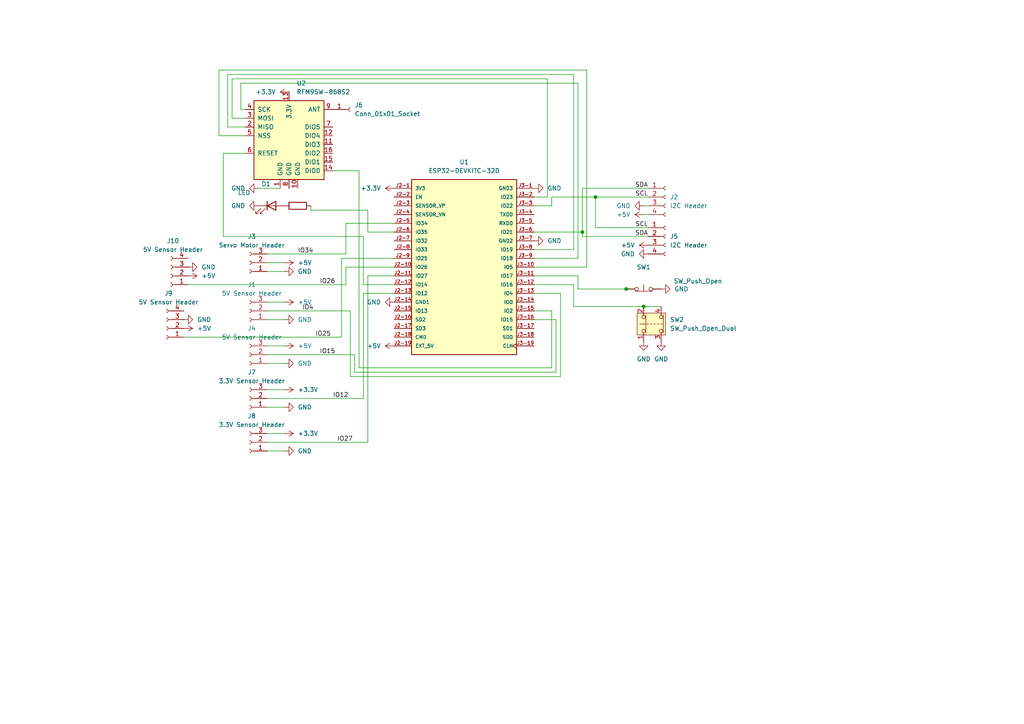
<source format=kicad_sch>
(kicad_sch (version 20231120) (generator "eeschema") (generator_version "8.0")
  (paper "A4")
  (title_block (title "ESP32 Sensor Board") (date "2024-05-16") (rev "A"))
  (lib_symbols
    (symbol "Connector:Conn_01x01_Socket" (pin_names (offset 1.016) hide)
      (property "Reference" "J" (at 0 2.54 0))
      (property "Value" "Conn_01x01_Socket" (at 0 -2.54 0))
      (symbol "Conn_01x01_Socket_1_1"
        (polyline (pts (xy -1.27 0) (xy -0.508 0)) (stroke (width 0.1524)))
        (arc (start 0 0.508) (mid -0.5058 0) (end 0 -0.508) (stroke (width 0.1524)))
        (pin passive line (at -5.08 0 0) (length 3.81) (name "Pin_1") (number "1"))
      )
    )
    (symbol "Connector:Conn_01x03_Socket" (pin_names (offset 1.016) hide)
      (property "Reference" "J" (at 0 5.08 0))
      (property "Value" "Conn_01x03_Socket" (at 0 -5.08 0))
      (symbol "Conn_01x03_Socket_1_1"
        (arc (start 0 -2.032) (mid -0.5058 -2.54) (end 0 -3.048) (stroke (width 0.1524)))
        (polyline (pts (xy -1.27 -2.54) (xy -0.508 -2.54)) (stroke (width 0.1524)))
        (polyline (pts (xy -1.27 0) (xy -0.508 0)) (stroke (width 0.1524)))
        (polyline (pts (xy -1.27 2.54) (xy -0.508 2.54)) (stroke (width 0.1524)))
        (arc (start 0 0.508) (mid -0.5058 0) (end 0 -0.508) (stroke (width 0.1524)))
        (arc (start 0 3.048) (mid -0.5058 2.54) (end 0 2.032) (stroke (width 0.1524)))
        (pin passive line (at -5.08 2.54 0) (length 3.81) (name "Pin_1") (number "1"))
        (pin passive line (at -5.08 0 0) (length 3.81) (name "Pin_2") (number "2"))
        (pin passive line (at -5.08 -2.54 0) (length 3.81) (name "Pin_3") (number "3"))
      )
    )
    (symbol "Connector:Conn_01x04_Socket" (pin_names (offset 1.016) hide)
      (property "Reference" "J" (at 0 5.08 0))
      (property "Value" "Conn_01x04_Socket" (at 0 -7.62 0))
      (symbol "Conn_01x04_Socket_1_1"
        (arc (start 0 -4.572) (mid -0.5058 -5.08) (end 0 -5.588) (stroke (width 0.1524)))
        (arc (start 0 -2.032) (mid -0.5058 -2.54) (end 0 -3.048) (stroke (width 0.1524)))
        (polyline (pts (xy -1.27 -5.08) (xy -0.508 -5.08)) (stroke (width 0.1524)))
        (polyline (pts (xy -1.27 -2.54) (xy -0.508 -2.54)) (stroke (width 0.1524)))
        (polyline (pts (xy -1.27 0) (xy -0.508 0)) (stroke (width 0.1524)))
        (polyline (pts (xy -1.27 2.54) (xy -0.508 2.54)) (stroke (width 0.1524)))
        (arc (start 0 0.508) (mid -0.5058 0) (end 0 -0.508) (stroke (width 0.1524)))
        (arc (start 0 3.048) (mid -0.5058 2.54) (end 0 2.032) (stroke (width 0.1524)))
        (pin passive line (at -5.08 2.54 0) (length 3.81) (name "Pin_1") (number "1"))
        (pin passive line (at -5.08 0 0) (length 3.81) (name "Pin_2") (number "2"))
        (pin passive line (at -5.08 -2.54 0) (length 3.81) (name "Pin_3") (number "3"))
        (pin passive line (at -5.08 -5.08 0) (length 3.81) (name "Pin_4") (number "4"))
      )
    )
    (symbol "Device:LED" (pin_numbers hide) (pin_names (offset 1.016) hide)
      (property "Reference" "D" (at 0 2.54 0))
      (property "Value" "LED" (at 0 -2.54 0))
      (symbol "LED_0_1"
        (polyline (pts (xy -1.27 -1.27) (xy -1.27 1.27)) (stroke (width 0.254)))
        (polyline (pts (xy -1.27 0) (xy 1.27 0)))
        (polyline (pts (xy 1.27 -1.27) (xy 1.27 1.27) (xy -1.27 0) (xy 1.27 -1.27)) (stroke (width 0.254)))
        (polyline (pts (xy -3.048 -0.762) (xy -4.572 -2.286) (xy -3.81 -2.286) (xy -4.572 -2.286) (xy -4.572 -1.524)))
        (polyline (pts (xy -1.778 -0.762) (xy -3.302 -2.286) (xy -2.54 -2.286) (xy -3.302 -2.286) (xy -3.302 -1.524)))
      )
      (symbol "LED_1_1"
        (pin passive line (at -3.81 0 0) (length 2.54) (name "K") (number "1"))
        (pin passive line (at 3.81 0 180) (length 2.54) (name "A") (number "2"))
      )
    )
    (symbol "Device:R" (pin_numbers hide) (pin_names (offset 0))
      (property "Reference" "R" (at 2.032 0 90))
      (property "Value" "R" (at 0 0 90))
      (symbol "R_0_1"
        (rectangle (start -1.016 -2.54) (end 1.016 2.54) (stroke (width 0.254)))
      )
      (symbol "R_1_1"
        (pin passive line (at 0 3.81 270) (length 1.27) (name "~") (number "1"))
        (pin passive line (at 0 -3.81 90) (length 1.27) (name "~") (number "2"))
      )
    )
    (symbol "ESP32:ESP32-DEVKITC-32D" (pin_names (offset 1.016))
      (property "Reference" "U" (at -15.2572 26.0643 0))
      (property "Value" "ESP32-DEVKITC-32D" (at -15.2563 -27.9698 0))
      (symbol "ESP32-DEVKITC-32D_0_0"
        (rectangle (start -15.24 -25.4) (end 15.24 25.4) (stroke (width 0.254)) (fill (type background)))
        (pin power_in line (at -20.32 22.86 0) (length 5.08) (name "3V3") (number "J2-1"))
        (pin bidirectional line (at -20.32 0 0) (length 5.08) (name "IO26") (number "J2-10"))
        (pin bidirectional line (at -20.32 -2.54 0) (length 5.08) (name "IO27") (number "J2-11"))
        (pin bidirectional line (at -20.32 -5.08 0) (length 5.08) (name "IO14") (number "J2-12"))
        (pin bidirectional line (at -20.32 -7.62 0) (length 5.08) (name "IO12") (number "J2-13"))
        (pin power_in line (at -20.32 -10.16 0) (length 5.08) (name "GND1") (number "J2-14"))
        (pin bidirectional line (at -20.32 -12.7 0) (length 5.08) (name "IO13") (number "J2-15"))
        (pin bidirectional line (at -20.32 -15.24 0) (length 5.08) (name "SD2") (number "J2-16"))
        (pin bidirectional line (at -20.32 -17.78 0) (length 5.08) (name "SD3") (number "J2-17"))
        (pin bidirectional line (at -20.32 -20.32 0) (length 5.08) (name "CMD") (number "J2-18"))
        (pin power_in line (at -20.32 -22.86 0) (length 5.08) (name "EXT_5V") (number "J2-19"))
        (pin input line (at -20.32 20.32 0) (length 5.08) (name "EN") (number "J2-2"))
        (pin input line (at -20.32 17.78 0) (length 5.08) (name "SENSOR_VP") (number "J2-3"))
        (pin input line (at -20.32 15.24 0) (length 5.08) (name "SENSOR_VN") (number "J2-4"))
        (pin bidirectional line (at -20.32 12.7 0) (length 5.08) (name "IO34") (number "J2-5"))
        (pin bidirectional line (at -20.32 10.16 0) (length 5.08) (name "IO35") (number "J2-6"))
        (pin bidirectional line (at -20.32 7.62 0) (length 5.08) (name "IO32") (number "J2-7"))
        (pin bidirectional line (at -20.32 5.08 0) (length 5.08) (name "IO33") (number "J2-8"))
        (pin bidirectional line (at -20.32 2.54 0) (length 5.08) (name "IO25") (number "J2-9"))
        (pin power_in line (at 20.32 22.86 180) (length 5.08) (name "GND3") (number "J3-1"))
        (pin bidirectional line (at 20.32 0 180) (length 5.08) (name "IO5") (number "J3-10"))
        (pin bidirectional line (at 20.32 -2.54 180) (length 5.08) (name "IO17") (number "J3-11"))
        (pin bidirectional line (at 20.32 -5.08 180) (length 5.08) (name "IO16") (number "J3-12"))
        (pin bidirectional line (at 20.32 -7.62 180) (length 5.08) (name "IO4") (number "J3-13"))
        (pin bidirectional line (at 20.32 -10.16 180) (length 5.08) (name "IO0") (number "J3-14"))
        (pin bidirectional line (at 20.32 -12.7 180) (length 5.08) (name "IO2") (number "J3-15"))
        (pin bidirectional line (at 20.32 -15.24 180) (length 5.08) (name "IO15") (number "J3-16"))
        (pin bidirectional line (at 20.32 -17.78 180) (length 5.08) (name "SD1") (number "J3-17"))
        (pin bidirectional line (at 20.32 -20.32 180) (length 5.08) (name "SD0") (number "J3-18"))
        (pin input clock (at 20.32 -22.86 180) (length 5.08) (name "CLK") (number "J3-19"))
        (pin bidirectional line (at 20.32 20.32 180) (length 5.08) (name "IO23") (number "J3-2"))
        (pin bidirectional line (at 20.32 17.78 180) (length 5.08) (name "IO22") (number "J3-3"))
        (pin output line (at 20.32 15.24 180) (length 5.08) (name "TXD0") (number "J3-4"))
        (pin input line (at 20.32 12.7 180) (length 5.08) (name "RXD0") (number "J3-5"))
        (pin bidirectional line (at 20.32 10.16 180) (length 5.08) (name "IO21") (number "J3-6"))
        (pin power_in line (at 20.32 7.62 180) (length 5.08) (name "GND2") (number "J3-7"))
        (pin bidirectional line (at 20.32 5.08 180) (length 5.08) (name "IO19") (number "J3-8"))
        (pin bidirectional line (at 20.32 2.54 180) (length 5.08) (name "IO18") (number "J3-9"))
      )
    )
    (symbol "RF_Module:RFM95W-868S2" (pin_names (offset 1.016))
      (property "Reference" "U" (at -10.414 11.684 0))
      (property "Value" "RFM95W-868S2" (at 1.524 11.43 0))
      (symbol "RFM95W-868S2_0_1"
        (rectangle (start -10.16 10.16) (end 10.16 -12.7) (stroke (width 0.254)) (fill (type background)))
      )
      (symbol "RFM95W-868S2_1_1"
        (pin power_in line (at -2.54 -15.24 90) (length 2.54) (name "GND") (number "1"))
        (pin power_in line (at 2.54 -15.24 90) (length 2.54) (name "GND") (number "10"))
        (pin bidirectional line (at 12.7 -2.54 180) (length 2.54) (name "DIO3") (number "11"))
        (pin bidirectional line (at 12.7 0 180) (length 2.54) (name "DIO4") (number "12"))
        (pin power_in line (at 0 12.7 270) (length 2.54) (name "3.3V") (number "13"))
        (pin bidirectional line (at 12.7 -10.16 180) (length 2.54) (name "DIO0") (number "14"))
        (pin bidirectional line (at 12.7 -7.62 180) (length 2.54) (name "DIO1") (number "15"))
        (pin bidirectional line (at 12.7 -5.08 180) (length 2.54) (name "DIO2") (number "16"))
        (pin output line (at -12.7 2.54 0) (length 2.54) (name "MISO") (number "2"))
        (pin input line (at -12.7 5.08 0) (length 2.54) (name "MOSI") (number "3"))
        (pin input line (at -12.7 7.62 0) (length 2.54) (name "SCK") (number "4"))
        (pin input line (at -12.7 0 0) (length 2.54) (name "NSS") (number "5"))
        (pin bidirectional line (at -12.7 -5.08 0) (length 2.54) (name "RESET") (number "6"))
        (pin bidirectional line (at 12.7 2.54 180) (length 2.54) (name "DIO5") (number "7"))
        (pin power_in line (at 0 -15.24 90) (length 2.54) (name "GND") (number "8"))
        (pin bidirectional line (at 12.7 7.62 180) (length 2.54) (name "ANT") (number "9"))
      )
    )
    (symbol "Switch:SW_Push_Open" (pin_numbers hide) (pin_names (offset 1.016) hide)
      (property "Reference" "SW" (at 0 2.54 0))
      (property "Value" "SW_Push_Open" (at 0 -1.905 0))
      (symbol "SW_Push_Open_0_1"
        (circle (center -2.032 0) (radius 0.508))
        (polyline (pts (xy -2.54 -0.635) (xy 2.54 -0.635)))
        (polyline (pts (xy 0 -0.635) (xy 0 1.27)))
        (circle (center 2.032 0) (radius 0.508))
        (pin passive line (at -5.08 0 0) (length 2.54) (name "A") (number "1"))
      )
      (symbol "SW_Push_Open_1_1"
        (pin passive line (at 5.08 0 180) (length 2.54) (name "B") (number "2"))
      )
    )
    (symbol "Switch:SW_Push_Open_Dual" (pin_names (offset 1.016) hide)
      (property "Reference" "SW" (at 0 3.81 0))
      (property "Value" "SW_Push_Open_Dual" (at 0 -7.62 0))
      (symbol "SW_Push_Open_Dual_0_1"
        (circle (center -2.032 -5.08) (radius 0.508))
        (circle (center -2.032 0) (radius 0.508))
        (polyline (pts (xy 0 -4.953) (xy 0 -5.461)))
        (polyline (pts (xy 0 -3.937) (xy 0 -4.445)))
        (polyline (pts (xy 0 -3.429) (xy 0 -2.921)))
        (polyline (pts (xy 0 -2.413) (xy 0 -1.905)))
        (polyline (pts (xy 0 -1.397) (xy 0 -0.889)))
        (polyline (pts (xy 0 -0.635) (xy 0 1.143)))
        (polyline (pts (xy 2.54 -5.715) (xy -2.54 -5.715)))
        (polyline (pts (xy 2.54 -0.635) (xy -2.54 -0.635)))
        (circle (center 2.032 -5.08) (radius 0.508))
        (circle (center 2.032 0) (radius 0.508))
        (pin passive line (at -5.08 0 0) (length 2.54) (name "1") (number "1"))
        (pin passive line (at 5.08 0 180) (length 2.54) (name "2") (number "2"))
        (pin passive line (at -5.08 -5.08 0) (length 2.54) (name "3") (number "3"))
        (pin passive line (at 5.08 -5.08 180) (length 2.54) (name "4") (number "4"))
      )
      (symbol "SW_Push_Open_Dual_1_1"
        (rectangle (start -3.175 1.905) (end 3.175 -6.35) (fill (type background)))
      )
    )
    (symbol "power:+3.3V" (power) (pin_numbers hide) (pin_names (offset 0) hide)
      (property "Value" "+3.3V" (at 0 3.556 0))
      (symbol "+3.3V_0_1"
        (polyline (pts (xy -0.762 1.27) (xy 0 2.54)))
        (polyline (pts (xy 0 0) (xy 0 2.54)))
        (polyline (pts (xy 0 2.54) (xy 0.762 1.27)))
      )
      (symbol "+3.3V_1_1"
        (pin power_in line (at 0 0 90) (length 0) (name "~") (number "1"))
      )
    )
    (symbol "power:+5V" (power) (pin_numbers hide) (pin_names (offset 0) hide)
      (property "Value" "+5V" (at 0 3.556 0))
      (symbol "+5V_0_1"
        (polyline (pts (xy -0.762 1.27) (xy 0 2.54)))
        (polyline (pts (xy 0 0) (xy 0 2.54)))
        (polyline (pts (xy 0 2.54) (xy 0.762 1.27)))
      )
      (symbol "+5V_1_1"
        (pin power_in line (at 0 0 90) (length 0) (name "~") (number "1"))
      )
    )
    (symbol "power:GND" (power) (pin_numbers hide) (pin_names (offset 0) hide)
      (property "Value" "GND" (at 0 -3.81 0))
      (symbol "GND_0_1"
        (polyline (pts (xy 0 0) (xy 0 -1.27) (xy 1.27 -1.27) (xy 0 -2.54) (xy -1.27 -1.27) (xy 0 -1.27)))
      )
      (symbol "GND_1_1"
        (pin power_in line (at 0 0 270) (length 0) (name "~") (number "1"))
      )
    )
  )
  (junction (at 172.72 57.15))
  (junction (at 186.69 88.9))
  (junction (at 168.91 67.31))
  (junction (at 181.61 83.82))
  (wire (pts (xy 172.72 57.15) (xy 187.96 57.15)))
  (wire (pts (xy 77.47 105.41) (xy 82.55 105.41)))
  (wire (pts (xy 105.41 115.57) (xy 77.47 115.57)))
  (wire (pts (xy 77.47 92.71) (xy 82.55 92.71)))
  (wire (pts (xy 161.29 92.71) (xy 154.94 92.71)))
  (wire (pts (xy 67.31 22.86) (xy 67.31 34.29)))
  (wire (pts (xy 69.85 24.13) (xy 69.85 31.75)))
  (wire (pts (xy 154.94 72.39) (xy 166.37 72.39)))
  (wire (pts (xy 90.17 60.96) (xy 106.68 60.96)))
  (wire (pts (xy 160.02 57.15) (xy 160.02 59.69)))
  (wire (pts (xy 64.77 68.58) (xy 105.41 68.58)))
  (wire (pts (xy 77.47 100.33) (xy 82.55 100.33)))
  (wire (pts (xy 160.02 57.15) (xy 172.72 57.15)))
  (wire (pts (xy 170.18 77.47) (xy 154.94 77.47)))
  (wire (pts (xy 77.47 73.66) (xy 100.33 73.66)))
  (wire (pts (xy 63.5 39.37) (xy 63.5 20.32)))
  (wire (pts (xy 106.68 67.31) (xy 114.3 67.31)))
  (wire (pts (xy 69.85 31.75) (xy 71.12 31.75)))
  (wire (pts (xy 162.56 85.09) (xy 154.94 85.09)))
  (wire (pts (xy 100.33 82.55) (xy 100.33 77.47)))
  (wire (pts (xy 77.47 130.81) (xy 82.55 130.81)))
  (wire (pts (xy 168.91 68.58) (xy 168.91 67.31)))
  (wire (pts (xy 54.61 82.55) (xy 100.33 82.55)))
  (wire (pts (xy 66.04 21.59) (xy 66.04 36.83)))
  (wire (pts (xy 77.47 113.03) (xy 82.55 113.03)))
  (wire (pts (xy 99.06 74.93) (xy 114.3 74.93)))
  (wire (pts (xy 66.04 36.83) (xy 71.12 36.83)))
  (wire (pts (xy 158.75 57.15) (xy 158.75 22.86)))
  (wire (pts (xy 102.87 102.87) (xy 102.87 107.95)))
  (wire (pts (xy 101.6 109.22) (xy 101.6 90.17)))
  (wire (pts (xy 77.47 78.74) (xy 82.55 78.74)))
  (wire (pts (xy 105.41 82.55) (xy 114.3 82.55)))
  (wire (pts (xy 99.06 74.93) (xy 99.06 97.79)))
  (wire (pts (xy 77.47 118.11) (xy 82.55 118.11)))
  (wire (pts (xy 53.34 97.79) (xy 99.06 97.79)))
  (wire (pts (xy 71.12 44.45) (xy 64.77 44.45)))
  (wire (pts (xy 154.94 90.17) (xy 160.02 90.17)))
  (wire (pts (xy 106.68 60.96) (xy 106.68 67.31)))
  (wire (pts (xy 106.68 128.27) (xy 106.68 80.01)))
  (wire (pts (xy 158.75 57.15) (xy 154.94 57.15)))
  (wire (pts (xy 186.69 88.9) (xy 191.77 88.9)))
  (wire (pts (xy 77.47 76.2) (xy 82.55 76.2)))
  (wire (pts (xy 168.91 54.61) (xy 187.96 54.61)))
  (wire (pts (xy 100.33 77.47) (xy 114.3 77.47)))
  (wire (pts (xy 71.12 39.37) (xy 63.5 39.37)))
  (wire (pts (xy 77.47 87.63) (xy 82.55 87.63)))
  (wire (pts (xy 160.02 106.68) (xy 104.14 106.68)))
  (wire (pts (xy 100.33 73.66) (xy 100.33 64.77)))
  (wire (pts (xy 69.85 24.13) (xy 167.64 24.13)))
  (wire (pts (xy 63.5 20.32) (xy 170.18 20.32)))
  (wire (pts (xy 90.17 59.69) (xy 90.17 60.96)))
  (wire (pts (xy 64.77 44.45) (xy 64.77 68.58)))
  (wire (pts (xy 182.88 83.82) (xy 181.61 83.82)))
  (wire (pts (xy 161.29 107.95) (xy 161.29 92.71)))
  (wire (pts (xy 104.14 106.68) (xy 104.14 49.53)))
  (wire (pts (xy 105.41 68.58) (xy 105.41 82.55)))
  (wire (pts (xy 166.37 82.55) (xy 154.94 82.55)))
  (wire (pts (xy 74.93 54.61) (xy 81.28 54.61)))
  (wire (pts (xy 154.94 67.31) (xy 168.91 67.31)))
  (wire (pts (xy 102.87 107.95) (xy 161.29 107.95)))
  (wire (pts (xy 77.47 128.27) (xy 106.68 128.27)))
  (wire (pts (xy 187.96 59.69) (xy 186.69 59.69)))
  (wire (pts (xy 166.37 88.9) (xy 186.69 88.9)))
  (wire (pts (xy 105.41 85.09) (xy 105.41 115.57)))
  (wire (pts (xy 101.6 90.17) (xy 77.47 90.17)))
  (wire (pts (xy 106.68 80.01) (xy 114.3 80.01)))
  (wire (pts (xy 67.31 34.29) (xy 71.12 34.29)))
  (wire (pts (xy 172.72 57.15) (xy 172.72 66.04)))
  (wire (pts (xy 167.64 83.82) (xy 167.64 80.01)))
  (wire (pts (xy 160.02 59.69) (xy 154.94 59.69)))
  (wire (pts (xy 170.18 20.32) (xy 170.18 77.47)))
  (wire (pts (xy 181.61 83.82) (xy 167.64 83.82)))
  (wire (pts (xy 166.37 88.9) (xy 166.37 82.55)))
  (wire (pts (xy 154.94 74.93) (xy 167.64 74.93)))
  (wire (pts (xy 167.64 74.93) (xy 167.64 24.13)))
  (wire (pts (xy 168.91 54.61) (xy 168.91 67.31)))
  (wire (pts (xy 154.94 80.01) (xy 167.64 80.01)))
  (wire (pts (xy 162.56 85.09) (xy 162.56 109.22)))
  (wire (pts (xy 166.37 21.59) (xy 66.04 21.59)))
  (wire (pts (xy 160.02 90.17) (xy 160.02 106.68)))
  (wire (pts (xy 77.47 125.73) (xy 82.55 125.73)))
  (wire (pts (xy 166.37 72.39) (xy 166.37 21.59)))
  (wire (pts (xy 100.33 64.77) (xy 114.3 64.77)))
  (wire (pts (xy 168.91 68.58) (xy 187.96 68.58)))
  (wire (pts (xy 158.75 22.86) (xy 67.31 22.86)))
  (wire (pts (xy 114.3 85.09) (xy 105.41 85.09)))
  (wire (pts (xy 187.96 66.04) (xy 172.72 66.04)))
  (wire (pts (xy 77.47 102.87) (xy 102.87 102.87)))
  (wire (pts (xy 101.6 109.22) (xy 162.56 109.22)))
  (wire (pts (xy 104.14 49.53) (xy 96.52 49.53)))
  (wire (pts (xy 187.96 62.23) (xy 186.69 62.23)))
  (label "IO25" (at 91.44 97.79 0))
  (label "IO12" (at 96.52 115.57 0))
  (label "IO27" (at 97.79 128.27 0))
  (label "SDA" (at 187.96 54.61 180))
  (label "SDA" (at 187.96 68.58 180))
  (label "IO4" (at 87.63 90.17 0))
  (label "IO15" (at 92.71 102.87 0))
  (label "SCL" (at 187.96 57.15 180))
  (label "IO26" (at 92.71 82.55 0))
  (label "SCL" (at 187.96 66.04 180))
  (label "IO34" (at 86.36 73.66 0))
  (symbol (lib_id "Connector:Conn_01x03_Socket") (at 72.39 115.57 180) (unit 1)
    (property "Reference" "J7" (at 73.025 107.95 0))
    (property "Value" "3.3V Sensor Header" (at 73.025 110.49 0))
    (property "Footprint" "Connector_PinSocket_2.54mm:PinSocket_1x03_P2.54mm_Vertical" (effects (hide yes)))
    (property "Description" "Generic connector, single row, 01x03, script generated" (effects (hide yes)))
  )
  (symbol (lib_id "Switch:SW_Push_Open_Dual") (at 186.69 93.98 90) (unit 1)
    (property "Reference" "SW2" (at 194.31 92.7099 90) (effects (justify right)))
    (property "Value" "SW_Push_Open_Dual" (at 194.31 95.2499 90) (effects (justify right)))
    (property "Footprint" "Button_Switch_SMD:SW_SPST_PTS645" (effects (hide yes)))
    (property "Description" "Push button switch, normally closed, generic, four pins" (effects (hide yes)))
  )
  (symbol (lib_id "power:GND") (at 187.96 73.66 270) (unit 1)
    (property "Reference" "#PWR011" (effects (hide yes)))
    (property "Value" "GND" (at 184.15 73.6601 90) (effects (justify right)))
    (property "Description" "Power symbol creates a global label with name \"GND\" , ground" (effects (hide yes)))
  )
  (symbol (lib_id "RF_Module:RFM95W-868S2") (at 83.82 39.37 0) (unit 1)
    (property "Reference" "U2" (at 86.0141 24.13 0) (effects (justify left)))
    (property "Value" "RFM95W-868S2" (at 86.0141 26.67 0) (effects (justify left)))
    (property "Footprint" "RF_Module:HOPERF_RFM9XW_THT" (effects (hide yes)))
    (property "Datasheet" "https://www.hoperf.com/data/upload/portal/20181127/5bfcbea20e9ef.pdf" (effects (hide yes)))
    (property "Description" "Low power long range transceiver module, SPI and parallel interface, 868 MHz, spreading factor 6 to12, bandwidth 7.8 to 500kHz, -111 to -148 dBm, SMD-16, DIP-16" (effects (hide yes)))
  )
  (symbol (lib_id "power:+3.3V") (at 82.55 125.73 270) (unit 1)
    (property "Reference" "#PWR022" (effects (hide yes)))
    (property "Value" "+3.3V" (at 86.36 125.7299 90) (effects (justify left)))
    (property "Description" "Power symbol creates a global label with name \"+3.3V\"" (effects (hide yes)))
  )
  (symbol (lib_id "power:GND") (at 82.55 130.81 90) (unit 1)
    (property "Reference" "#PWR025" (effects (hide yes)))
    (property "Value" "GND" (at 86.36 130.8099 90) (effects (justify right)))
    (property "Description" "Power symbol creates a global label with name \"GND\" , ground" (effects (hide yes)))
  )
  (symbol (lib_id "power:+5V") (at 187.96 71.12 90) (unit 1)
    (property "Reference" "#PWR012" (effects (hide yes)))
    (property "Value" "+5V" (at 184.15 71.1199 90) (effects (justify left)))
    (property "Description" "Power symbol creates a global label with name \"+5V\"" (effects (hide yes)))
  )
  (symbol (lib_id "power:GND") (at 154.94 69.85 90) (unit 1)
    (property "Reference" "#PWR014" (effects (hide yes)))
    (property "Value" "GND" (at 158.75 69.8499 90) (effects (justify right)))
    (property "Description" "Power symbol creates a global label with name \"GND\" , ground" (effects (hide yes)))
  )
  (symbol (lib_id "Connector:Conn_01x04_Socket") (at 193.04 68.58 0) (unit 1)
    (property "Reference" "J5" (at 194.31 68.5799 0) (effects (justify left)))
    (property "Value" "I2C Header" (at 194.31 71.1199 0) (effects (justify left)))
    (property "Footprint" "Connector_PinSocket_2.54mm:PinSocket_1x04_P2.54mm_Vertical" (effects (hide yes)))
    (property "Description" "Generic connector, single row, 01x04, script generated" (effects (hide yes)))
  )
  (symbol (lib_id "Switch:SW_Push_Open") (at 186.69 83.82 0) (unit 1)
    (property "Reference" "SW1" (at 186.69 77.47 0))
    (property "Value" "SW_Push_Open" (at 202.438 81.534 0))
    (property "Footprint" "Connector_PinSocket_2.54mm:PinSocket_1x02_P2.54mm_Vertical" (effects (hide yes)))
    (property "Description" "Push button switch, push-to-open, generic, two pins" (effects (hide yes)))
  )
  (symbol (lib_id "Device:R") (at 86.36 59.69 90) (unit 1)
    (property "Reference" "R1" (effects (hide yes)))
    (property "Value" "R145" (effects (hide yes)))
    (property "Footprint" "Resistor_THT:R_Axial_DIN0207_L6.3mm_D2.5mm_P7.62mm_Horizontal" (effects (hide yes)))
    (property "Description" "Resistor" (effects (hide yes)))
  )
  (symbol (lib_id "power:GND") (at 191.77 83.82 90) (unit 1)
    (property "Reference" "#PWR016" (effects (hide yes)))
    (property "Value" "GND" (at 195.58 83.8199 90) (effects (justify right)))
    (property "Description" "Power symbol creates a global label with name \"GND\" , ground" (effects (hide yes)))
  )
  (symbol (lib_id "Connector:Conn_01x04_Socket") (at 193.04 57.15 0) (unit 1)
    (property "Reference" "J2" (at 194.31 57.1499 0) (effects (justify left)))
    (property "Value" "I2C Header" (at 194.31 59.6899 0) (effects (justify left)))
    (property "Footprint" "Connector_PinSocket_2.54mm:PinSocket_1x04_P2.54mm_Vertical" (effects (hide yes)))
    (property "Description" "Generic connector, single row, 01x04, script generated" (effects (hide yes)))
  )
  (symbol (lib_id "power:+3.3V") (at 83.82 26.67 90) (unit 1)
    (property "Reference" "#PWR021" (effects (hide yes)))
    (property "Value" "+3.3V" (at 80.01 26.6699 90) (effects (justify left)))
    (property "Description" "Power symbol creates a global label with name \"+3.3V\"" (effects (hide yes)))
  )
  (symbol (lib_id "power:GND") (at 74.93 54.61 270) (unit 1)
    (property "Reference" "#PWR019" (effects (hide yes)))
    (property "Value" "GND" (at 71.12 54.6099 90) (effects (justify right)))
    (property "Description" "Power symbol creates a global label with name \"GND\" , ground" (effects (hide yes)))
  )
  (symbol (lib_id "Connector:Conn_01x03_Socket") (at 72.39 128.27 180) (unit 1)
    (property "Reference" "J8" (at 73.025 120.65 0))
    (property "Value" "3.3V Sensor Header" (at 73.025 123.19 0))
    (property "Footprint" "Connector_PinSocket_2.54mm:PinSocket_1x03_P2.54mm_Vertical" (effects (hide yes)))
    (property "Description" "Generic connector, single row, 01x03, script generated" (effects (hide yes)))
  )
  (symbol (lib_id "Connector:Conn_01x03_Socket") (at 72.39 90.17 180) (unit 1)
    (property "Reference" "J1" (at 73.025 82.55 0))
    (property "Value" "5V Sensor Header" (at 73.025 85.09 0))
    (property "Footprint" "Connector_PinSocket_2.54mm:PinSocket_1x03_P2.54mm_Vertical" (effects (hide yes)))
    (property "Description" "Generic connector, single row, 01x03, script generated" (effects (hide yes)))
  )
  (symbol (lib_id "power:GND") (at 82.55 78.74 90) (unit 1)
    (property "Reference" "#PWR08" (effects (hide yes)))
    (property "Value" "GND" (at 86.36 78.7399 90) (effects (justify right)))
    (property "Description" "Power symbol creates a global label with name \"GND\" , ground" (effects (hide yes)))
  )
  (symbol (lib_id "power:GND") (at 191.77 99.06 0) (unit 1)
    (property "Reference" "#PWR018" (effects (hide yes)))
    (property "Value" "GND" (at 191.77 104.14 0))
    (property "Description" "Power symbol creates a global label with name \"GND\" , ground" (effects (hide yes)))
  )
  (symbol (lib_id "power:+5V") (at 54.61 80.01 270) (unit 1)
    (property "Reference" "#PWR026" (effects (hide yes)))
    (property "Value" "+5V" (at 58.42 80.0101 90) (effects (justify left)))
    (property "Description" "Power symbol creates a global label with name \"+5V\"" (effects (hide yes)))
  )
  (symbol (lib_id "power:+5V") (at 82.55 87.63 270) (unit 1)
    (property "Reference" "#PWR04" (effects (hide yes)))
    (property "Value" "+5V" (at 86.36 87.6301 90) (effects (justify left)))
    (property "Description" "Power symbol creates a global label with name \"+5V\"" (effects (hide yes)))
  )
  (symbol (lib_id "Connector:Conn_01x03_Socket") (at 72.39 76.2 180) (unit 1)
    (property "Reference" "J3" (at 73.025 68.58 0))
    (property "Value" "Servo Motor Header" (at 73.025 71.12 0))
    (property "Footprint" "Connector_PinSocket_2.54mm:PinSocket_1x03_P2.54mm_Vertical" (effects (hide yes)))
    (property "Description" "Generic connector, single row, 01x03, script generated" (effects (hide yes)))
  )
  (symbol (lib_id "ESP32:ESP32-DEVKITC-32D") (at 134.62 77.47 0) (unit 1)
    (property "Reference" "U1" (at 134.62 46.99 0))
    (property "Value" "ESP32-DEVKITC-32D" (at 134.62 49.53 0))
    (property "Footprint" "ESP32:MODULE_ESP32-DEVKITC-32D" (effects (hide yes)))
    (property "MF" "Espressif Systems" (effects (hide yes)))
    (property "MAXIMUM_PACKAGE_HEIGHT" "N/A" (effects (hide yes)))
    (property "Package" "None" (effects (hide yes)))
    (property "Price" "None" (effects (hide yes)))
    (property "Check_prices" "https://www.snapeda.com/parts/ESP32-DEVKITC-32D/Espressif+Systems/view-part/?ref=eda" (effects (hide yes)))
    (property "STANDARD" "Manufacturer Recommendations" (effects (hide yes)))
    (property "PARTREV" "V4" (effects (hide yes)))
    (property "SnapEDA_Link" "https://www.snapeda.com/parts/ESP32-DEVKITC-32D/Espressif+Systems/view-part/?ref=snap" (effects (hide yes)))
    (property "MP" "ESP32-DEVKITC-32D" (effects (hide yes)))
    (property "Description_1" "\nWiFi Development Tools (802.11) ESP32 General Development Kit, ESP32-WROOM-32D on the board\n" (effects (hide yes)))
    (property "MANUFACTURER" "Espressif Systems" (effects (hide yes)))
    (property "Availability" "In Stock" (effects (hide yes)))
    (property "SNAPEDA_PN" "ESP32-DEVKITC-32D" (effects (hide yes)))
  )
  (symbol (lib_id "power:GND") (at 53.34 92.71 90) (unit 1)
    (property "Reference" "#PWR028" (effects (hide yes)))
    (property "Value" "GND" (at 57.15 92.7099 90) (effects (justify right)))
    (property "Description" "Power symbol creates a global label with name \"GND\" , ground" (effects (hide yes)))
  )
  (symbol (lib_id "power:GND") (at 82.55 105.41 90) (unit 1)
    (property "Reference" "#PWR010" (effects (hide yes)))
    (property "Value" "GND" (at 86.36 105.4099 90) (effects (justify right)))
    (property "Description" "Power symbol creates a global label with name \"GND\" , ground" (effects (hide yes)))
  )
  (symbol (lib_id "power:GND") (at 54.61 77.47 90) (unit 1)
    (property "Reference" "#PWR027" (effects (hide yes)))
    (property "Value" "GND" (at 58.42 77.4699 90) (effects (justify right)))
    (property "Description" "Power symbol creates a global label with name \"GND\" , ground" (effects (hide yes)))
  )
  (symbol (lib_id "power:+5V") (at 186.69 62.23 90) (unit 1)
    (property "Reference" "#PWR05" (effects (hide yes)))
    (property "Value" "+5V" (at 182.88 62.2299 90) (effects (justify left)))
    (property "Description" "Power symbol creates a global label with name \"+5V\"" (effects (hide yes)))
  )
  (symbol (lib_id "Connector:Conn_01x04_Socket") (at 49.53 80.01 180) (unit 1)
    (property "Reference" "J10" (at 50.165 69.85 0))
    (property "Value" "5V Sensor Header" (at 50.165 72.39 0))
    (property "Footprint" "Connector_PinSocket_2.54mm:PinSocket_1x04_P2.54mm_Vertical" (effects (hide yes)))
    (property "Description" "Generic connector, single row, 01x04, script generated" (effects (hide yes)))
  )
  (symbol (lib_id "Device:LED") (at 78.74 59.69 0) (unit 1)
    (property "Reference" "D1" (at 77.1525 53.34 0))
    (property "Value" "LED" (at 70.8025 55.88 0))
    (property "Footprint" "LED_THT:LED_D3.0mm" (effects (hide yes)))
    (property "Description" "Light emitting diode" (effects (hide yes)))
  )
  (symbol (lib_id "Connector:Conn_01x01_Socket") (at 101.6 31.75 0) (unit 1)
    (property "Reference" "J6" (at 102.87 30.4799 0) (effects (justify left)))
    (property "Value" "Conn_01x01_Socket" (at 102.87 33.0199 0) (effects (justify left)))
    (property "Footprint" "Connector_PinSocket_2.54mm:PinSocket_1x01_P2.54mm_Vertical" (effects (hide yes)))
    (property "Description" "Generic connector, single row, 01x01, script generated" (effects (hide yes)))
  )
  (symbol (lib_id "power:GND") (at 82.55 92.71 90) (unit 1)
    (property "Reference" "#PWR02" (effects (hide yes)))
    (property "Value" "GND" (at 86.36 92.7099 90) (effects (justify right)))
    (property "Description" "Power symbol creates a global label with name \"GND\" , ground" (effects (hide yes)))
  )
  (symbol (lib_id "power:GND") (at 186.69 59.69 270) (unit 1)
    (property "Reference" "#PWR06" (effects (hide yes)))
    (property "Value" "GND" (at 182.88 59.6901 90) (effects (justify right)))
    (property "Description" "Power symbol creates a global label with name \"GND\" , ground" (effects (hide yes)))
  )
  (symbol (lib_id "power:GND") (at 186.69 99.06 0) (unit 1)
    (property "Reference" "#PWR017" (effects (hide yes)))
    (property "Value" "GND" (at 186.69 104.14 0))
    (property "Description" "Power symbol creates a global label with name \"GND\" , ground" (effects (hide yes)))
  )
  (symbol (lib_id "power:GND") (at 114.3 87.63 270) (unit 1)
    (property "Reference" "#PWR01" (effects (hide yes)))
    (property "Value" "GND" (at 110.49 87.6299 90) (effects (justify right)))
    (property "Description" "Power symbol creates a global label with name \"GND\" , ground" (effects (hide yes)))
  )
  (symbol (lib_id "Connector:Conn_01x04_Socket") (at 48.26 95.25 180) (unit 1)
    (property "Reference" "J9" (at 48.895 85.09 0))
    (property "Value" "5V Sensor Header" (at 48.895 87.63 0))
    (property "Footprint" "Connector_PinSocket_2.54mm:PinSocket_1x04_P2.54mm_Vertical" (effects (hide yes)))
    (property "Description" "Generic connector, single row, 01x04, script generated" (effects (hide yes)))
  )
  (symbol (lib_id "power:+5V") (at 82.55 76.2 270) (unit 1)
    (property "Reference" "#PWR07" (effects (hide yes)))
    (property "Value" "+5V" (at 86.36 76.2001 90) (effects (justify left)))
    (property "Description" "Power symbol creates a global label with name \"+5V\"" (effects (hide yes)))
  )
  (symbol (lib_id "power:+5V") (at 114.3 100.33 90) (unit 1)
    (property "Reference" "#PWR03" (effects (hide yes)))
    (property "Value" "+5V" (at 110.49 100.3299 90) (effects (justify left)))
    (property "Description" "Power symbol creates a global label with name \"+5V\"" (effects (hide yes)))
  )
  (symbol (lib_id "power:+3.3V") (at 114.3 54.61 90) (unit 1)
    (property "Reference" "#PWR020" (effects (hide yes)))
    (property "Value" "+3.3V" (at 110.49 54.6099 90) (effects (justify left)))
    (property "Description" "Power symbol creates a global label with name \"+3.3V\"" (effects (hide yes)))
  )
  (symbol (lib_id "power:+5V") (at 82.55 100.33 270) (unit 1)
    (property "Reference" "#PWR09" (effects (hide yes)))
    (property "Value" "+5V" (at 86.36 100.3301 90) (effects (justify left)))
    (property "Description" "Power symbol creates a global label with name \"+5V\"" (effects (hide yes)))
  )
  (symbol (lib_id "power:GND") (at 82.55 118.11 90) (unit 1)
    (property "Reference" "#PWR023" (effects (hide yes)))
    (property "Value" "GND" (at 86.36 118.1099 90) (effects (justify right)))
    (property "Description" "Power symbol creates a global label with name \"GND\" , ground" (effects (hide yes)))
  )
  (symbol (lib_id "power:GND") (at 154.94 54.61 90) (unit 1)
    (property "Reference" "#PWR015" (effects (hide yes)))
    (property "Value" "GND" (at 158.75 54.6099 90) (effects (justify right)))
    (property "Description" "Power symbol creates a global label with name \"GND\" , ground" (effects (hide yes)))
  )
  (symbol (lib_id "Connector:Conn_01x03_Socket") (at 72.39 102.87 180) (unit 1)
    (property "Reference" "J4" (at 73.025 95.25 0))
    (property "Value" "5V Sensor Header" (at 73.025 97.79 0))
    (property "Footprint" "Connector_PinSocket_2.54mm:PinSocket_1x03_P2.54mm_Vertical" (effects (hide yes)))
    (property "Description" "Generic connector, single row, 01x03, script generated" (effects (hide yes)))
  )
  (symbol (lib_id "power:GND") (at 74.93 59.69 270) (unit 1)
    (property "Reference" "#PWR013" (effects (hide yes)))
    (property "Value" "GND" (at 71.12 59.6899 90) (effects (justify right)))
    (property "Description" "Power symbol creates a global label with name \"GND\" , ground" (effects (hide yes)))
  )
  (symbol (lib_id "power:+3.3V") (at 82.55 113.03 270) (unit 1)
    (property "Reference" "#PWR024" (effects (hide yes)))
    (property "Value" "+3.3V" (at 86.36 113.0299 90) (effects (justify left)))
    (property "Description" "Power symbol creates a global label with name \"+3.3V\"" (effects (hide yes)))
  )
  (symbol (lib_id "power:+5V") (at 53.34 95.25 270) (unit 1)
    (property "Reference" "#PWR029" (effects (hide yes)))
    (property "Value" "+5V" (at 57.15 95.2501 90) (effects (justify left)))
    (property "Description" "Power symbol creates a global label with name \"+5V\"" (effects (hide yes)))
  )
)
</source>
